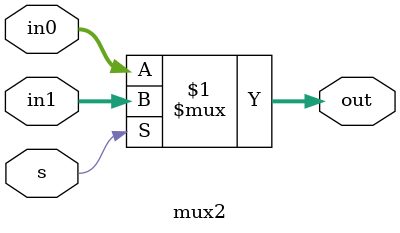
<source format=sv>
`timescale 1ns/1ps
`default_nettype none

module mux2(in0, in1, s, out);

    parameter  N = 32;
    
    /* ----- Inputs  ----- */
    input wire [N-1:0] in0, in1; 
    input wire s;

    /* ----- Outputs  ----- */
    output logic [N-1:0] out;

    /* ----- Design  ----- */
    assign out = s ? in1 : in0;


endmodule
</source>
